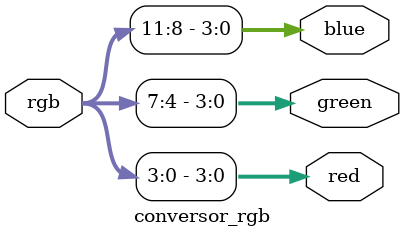
<source format=v>
module conversor_rgb(
	input [11:0] rgb,
	output [3:0] red, green, blue
);

assign red = rgb[3:0]; //Extrayendo color rojo de rgb
assign green = rgb[7:4]; //Extrayendo color verde de rgb
assign blue = rgb[11:8]; //Extrayendo color azul de rgb

endmodule 
</source>
